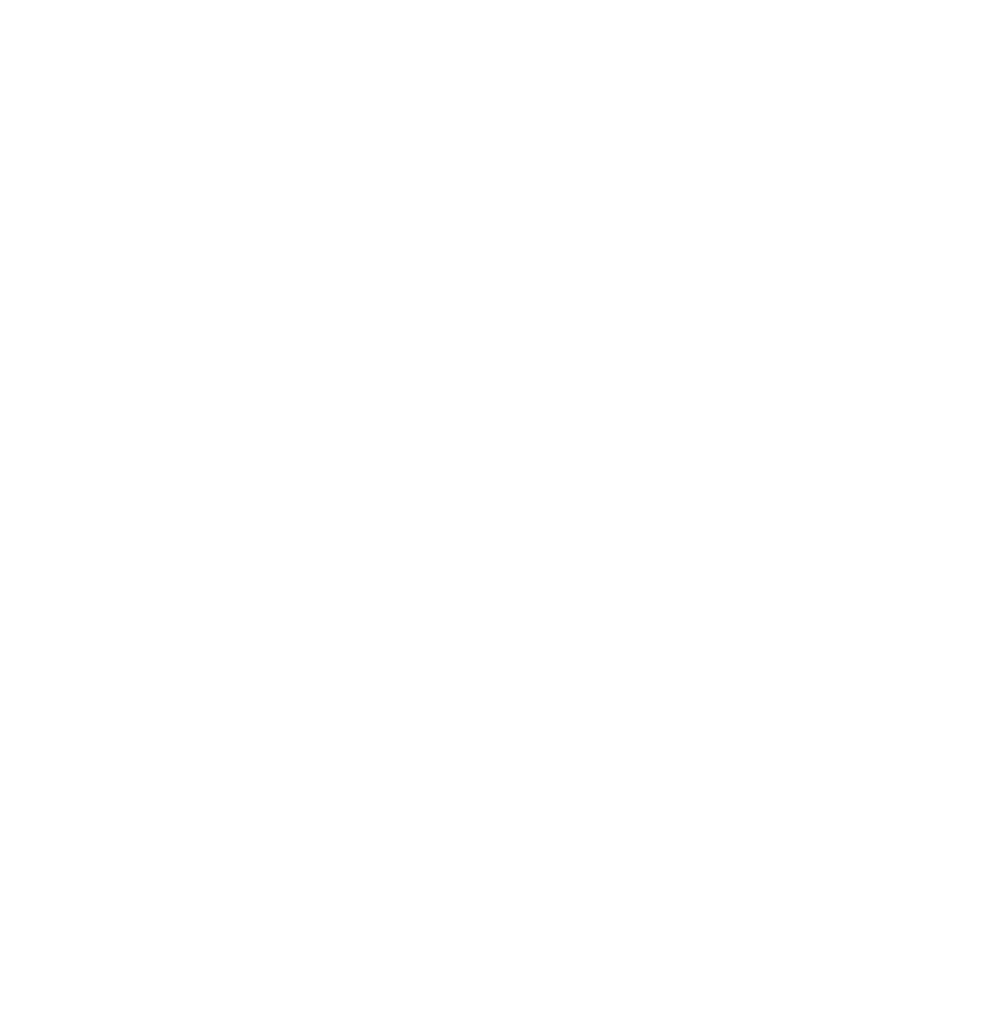
<source format=kicad_pcb>
(kicad_pcb (version 4) (host pcbnew 4.0.6)

  (general
    (links 0)
    (no_connects 0)
    (area 93.435716 40 220.000001 153.700001)
    (thickness 1.6)
    (drawings 2)
    (tracks 0)
    (zones 0)
    (modules 0)
    (nets 1)
  )

  (page A4)
  (layers
    (0 F.Cu signal)
    (31 B.Cu signal)
    (32 B.Adhes user)
    (33 F.Adhes user)
    (34 B.Paste user)
    (35 F.Paste user)
    (36 B.SilkS user)
    (37 F.SilkS user)
    (38 B.Mask user)
    (39 F.Mask user)
    (40 Dwgs.User user)
    (41 Cmts.User user)
    (42 Eco1.User user)
    (43 Eco2.User user)
    (44 Edge.Cuts user)
    (45 Margin user)
    (46 B.CrtYd user)
    (47 F.CrtYd user)
    (48 B.Fab user)
    (49 F.Fab user)
  )

  (setup
    (last_trace_width 0.25)
    (user_trace_width 0.4)
    (user_trace_width 0.4)
    (user_trace_width 0.4)
    (user_trace_width 0.4)
    (user_trace_width 0.4)
    (user_trace_width 0.4)
    (trace_clearance 0.2)
    (zone_clearance 0.508)
    (zone_45_only no)
    (trace_min 0.2)
    (segment_width 0.2)
    (edge_width 0.15)
    (via_size 0.6)
    (via_drill 0.4)
    (via_min_size 0.4)
    (via_min_drill 0.3)
    (user_via 1 0.6)
    (user_via 1 0.6)
    (user_via 1 0.6)
    (user_via 1 0.6)
    (user_via 1 0.6)
    (user_via 1 0.6)
    (uvia_size 0.3)
    (uvia_drill 0.1)
    (uvias_allowed no)
    (uvia_min_size 0.2)
    (uvia_min_drill 0.1)
    (pcb_text_width 0.3)
    (pcb_text_size 1.5 1.5)
    (mod_edge_width 0.15)
    (mod_text_size 1 1)
    (mod_text_width 0.15)
    (pad_size 2 1)
    (pad_drill 0.65)
    (pad_to_mask_clearance 0.2)
    (aux_axis_origin 0 0)
    (visible_elements 7FFFFFFF)
    (pcbplotparams
      (layerselection 0x010f0_80000001)
      (usegerberextensions false)
      (excludeedgelayer true)
      (linewidth 0.100000)
      (plotframeref false)
      (viasonmask false)
      (mode 1)
      (useauxorigin false)
      (hpglpennumber 1)
      (hpglpenspeed 20)
      (hpglpendiameter 15)
      (hpglpenoverlay 2)
      (psnegative false)
      (psa4output false)
      (plotreference true)
      (plotvalue true)
      (plotinvisibletext false)
      (padsonsilk false)
      (subtractmaskfromsilk false)
      (outputformat 1)
      (mirror false)
      (drillshape 0)
      (scaleselection 1)
      (outputdirectory ADT7420_pcb/))
  )

  (net 0 "")

  (net_class Default "これは標準のネット クラスです。"
    (clearance 0.2)
    (trace_width 0.25)
    (via_dia 0.6)
    (via_drill 0.4)
    (uvia_dia 0.3)
    (uvia_drill 0.1)
  )

  (dimension 100 (width 0.3) (layer Dwgs.User)
    (gr_text "100.000 mm" (at 33.65 85 90) (layer Dwgs.User)
      (effects (font (size 1.5 1.5) (thickness 0.3)))
    )
    (feature1 (pts (xy 50 35) (xy 32.3 35)))
    (feature2 (pts (xy 50 135) (xy 32.3 135)))
    (crossbar (pts (xy 35 135) (xy 35 35)))
    (arrow1a (pts (xy 35 35) (xy 35.586421 36.126504)))
    (arrow1b (pts (xy 35 35) (xy 34.413579 36.126504)))
    (arrow2a (pts (xy 35 135) (xy 35.586421 133.873496)))
    (arrow2b (pts (xy 35 135) (xy 34.413579 133.873496)))
  )
  (dimension 100 (width 0.3) (layer Dwgs.User)
    (gr_text "100.000 mm" (at 100 161.35) (layer Dwgs.User)
      (effects (font (size 1.5 1.5) (thickness 0.3)))
    )
    (feature1 (pts (xy 150 135) (xy 150 162.7)))
    (feature2 (pts (xy 50 135) (xy 50 162.7)))
    (crossbar (pts (xy 50 160) (xy 150 160)))
    (arrow1a (pts (xy 150 160) (xy 148.873496 160.586421)))
    (arrow1b (pts (xy 150 160) (xy 148.873496 159.413579)))
    (arrow2a (pts (xy 50 160) (xy 51.126504 160.586421)))
    (arrow2b (pts (xy 50 160) (xy 51.126504 159.413579)))
  )

)

</source>
